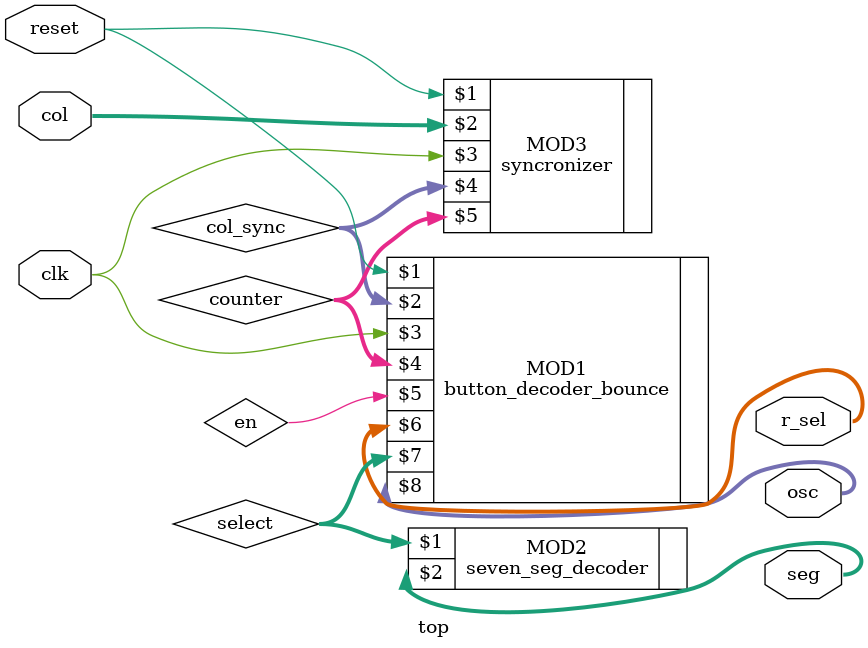
<source format=sv>

module top (
	input logic reset,
	input logic clk,
	input logic [3:0] col,
	output logic [3:0] r_sel,
	output logic [6:0] seg,
	output logic [1:0] osc
	);

logic [24:0] counter;
logic [3:0] col_sync;
logic [3:0] select;
logic en;



// instantiated submodules
button_decoder_bounce MOD1 (reset, col_sync, clk, counter, en, r_sel, select, osc);

seven_seg_decoder MOD2 (select, seg);

syncronizer MOD3 (reset, col, clk, col_sync, counter);
///////////////////////////


endmodule


</source>
